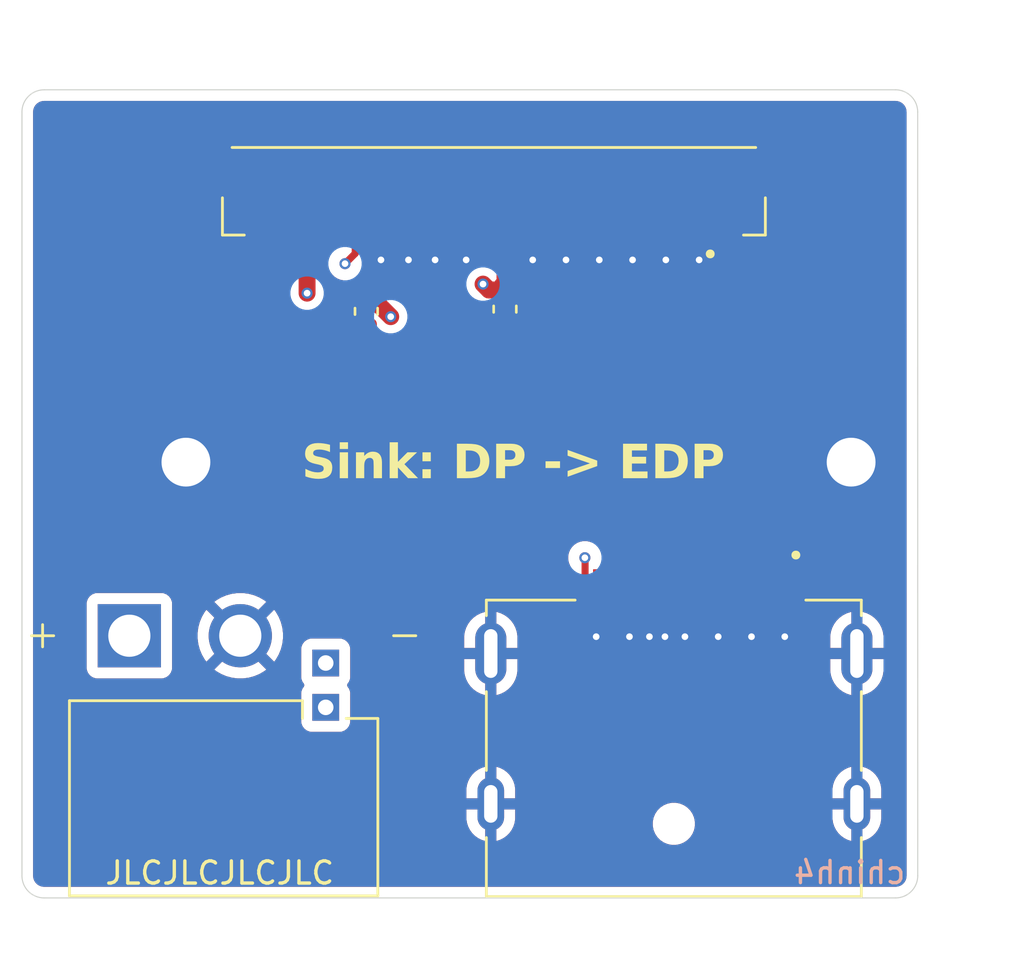
<source format=kicad_pcb>
(kicad_pcb (version 20241229) (generator "pcbnew") (generator_version "9.0")
  (layers (0 "F.Cu" signal) (4 "In1.Cu" power) (6 "In2.Cu" power) (2 "B.Cu" signal) (13 "F.Paste" user) (15 "B.Paste" user) (5 "F.SilkS" user "F.Silkscreen") (7 "B.SilkS" user "B.Silkscreen") (1 "F.Mask" user) (3 "B.Mask" user) (25 "Edge.Cuts" user))
  (net 0 "")
  (net 1 "+3.3V")
  (net 2 "GND")
  (net 3 "1_EDP_TX_P")
  (net 4 "1_EDP_TX_N")
  (net 5 "0_EDP_TX_P")
  (net 6 "0_EDP_TX_N")
  (net 7 "AUX_P")
  (net 8 "2_EDP_TX_N")
  (net 9 "2_EDP_TX_P")
  (net 10 "3_EDP_TX_N")
  (net 11 "3_EDP_TX_P")
  (net 12 "AUX_N")
  (net 13 "+5V")
  (net 14 "BLK_OFF_N")
  (net 15 "BLK_PWM_LCD")
  (net 16 "EDP_HPD")
  (footprint "SnapEDA:IPEX_20455-040E-76" (layer "F.Cu") (at 171.11 94.5 180)
    (property "Reference" "J3" (hide yes))
    (property "Value" "20455-040E-76")
    (fp_line (start 12.235 -2.05) (end 12.235 -0.37) (stroke (width 0.127)) (layer "F.SilkS"))
    (fp_line (start 11.25 -2.05) (end 12.235 -2.05) (stroke (width 0.127)) (layer "F.SilkS"))
    (fp_line (start -11.8 1.9) (end 11.8 1.9) (stroke (width 0.127)) (layer "F.SilkS"))
    (fp_line (start -12.235 -2.05) (end -11.25 -2.05) (stroke (width 0.127)) (layer "F.SilkS"))
    (fp_line (start -12.235 -2.05) (end -12.235 -0.37) (stroke (width 0.127)) (layer "F.SilkS"))
    (fp_circle (center -9.75 -2.9) (end -9.65 -2.9) (stroke (width 0.2)) (fill no) (layer "F.SilkS"))
    (pad "1" smd rect (at -9.75 -1.92 180) (size 0.25 0.9) (layers "F.Cu" "F.Mask" "F.Paste"))
    (pad "2" smd rect (at -9.25 -1.92 180) (size 0.25 0.9) (layers "F.Cu" "F.Mask" "F.Paste") (net 2 "GND"))
    (pad "3" smd rect (at -8.75 -1.92 180) (size 0.25 0.9) (layers "F.Cu" "F.Mask" "F.Paste") (net 10 "3_EDP_TX_N"))
    (pad "4" smd rect (at -8.25 -1.92 180) (size 0.25 0.9) (layers "F.Cu" "F.Mask" "F.Paste") (net 11 "3_EDP_TX_P"))
    (pad "5" smd rect (at -7.75 -1.92 180) (size 0.25 0.9) (layers "F.Cu" "F.Mask" "F.Paste") (net 2 "GND"))
    (pad "6" smd rect (at -7.25 -1.92 180) (size 0.25 0.9) (layers "F.Cu" "F.Mask" "F.Paste") (net 8 "2_EDP_TX_N"))
    (pad "7" smd rect (at -6.75 -1.92 180) (size 0.25 0.9) (layers "F.Cu" "F.Mask" "F.Paste") (net 9 "2_EDP_TX_P"))
    (pad "8" smd rect (at -6.25 -1.92 180) (size 0.25 0.9) (layers "F.Cu" "F.Mask" "F.Paste") (net 2 "GND"))
    (pad "9" smd rect (at -5.75 -1.92 180) (size 0.25 0.9) (layers "F.Cu" "F.Mask" "F.Paste") (net 4 "1_EDP_TX_N"))
    (pad "10" smd rect (at -5.25 -1.92 180) (size 0.25 0.9) (layers "F.Cu" "F.Mask" "F.Paste") (net 3 "1_EDP_TX_P"))
    (pad "11" smd rect (at -4.75 -1.92 180) (size 0.25 0.9) (layers "F.Cu" "F.Mask" "F.Paste") (net 2 "GND"))
    (pad "12" smd rect (at -4.25 -1.92 180) (size 0.25 0.9) (layers "F.Cu" "F.Mask" "F.Paste") (net 6 "0_EDP_TX_N"))
    (pad "13" smd rect (at -3.75 -1.92 180) (size 0.25 0.9) (layers "F.Cu" "F.Mask" "F.Paste") (net 5 "0_EDP_TX_P"))
    (pad "14" smd rect (at -3.25 -1.92 180) (size 0.25 0.9) (layers "F.Cu" "F.Mask" "F.Paste") (net 2 "GND"))
    (pad "15" smd rect (at -2.75 -1.92 180) (size 0.25 0.9) (layers "F.Cu" "F.Mask" "F.Paste") (net 7 "AUX_P"))
    (pad "16" smd rect (at -2.25 -1.92 180) (size 0.25 0.9) (layers "F.Cu" "F.Mask" "F.Paste") (net 12 "AUX_N"))
    (pad "17" smd rect (at -1.75 -1.92 180) (size 0.25 0.9) (layers "F.Cu" "F.Mask" "F.Paste") (net 2 "GND"))
    (pad "18" smd rect (at -1.25 -1.92 180) (size 0.25 0.9) (layers "F.Cu" "F.Mask" "F.Paste") (net 1 "+3.3V"))
    (pad "19" smd rect (at -0.75 -1.92 180) (size 0.25 0.9) (layers "F.Cu" "F.Mask" "F.Paste") (net 1 "+3.3V"))
    (pad "20" smd rect (at -0.25 -1.92 180) (size 0.25 0.9) (layers "F.Cu" "F.Mask" "F.Paste") (net 1 "+3.3V"))
    (pad "21" smd rect (at 0.25 -1.92 180) (size 0.25 0.9) (layers "F.Cu" "F.Mask" "F.Paste") (net 1 "+3.3V"))
    (pad "22" smd rect (at 0.75 -1.92 180) (size 0.25 0.9) (layers "F.Cu" "F.Mask" "F.Paste"))
    (pad "23" smd rect (at 1.25 -1.92 180) (size 0.25 0.9) (layers "F.Cu" "F.Mask" "F.Paste") (net 2 "GND"))
    (pad "24" smd rect (at 1.75 -1.92 180) (size 0.25 0.9) (layers "F.Cu" "F.Mask" "F.Paste") (net 2 "GND"))
    (pad "25" smd rect (at 2.25 -1.92 180) (size 0.25 0.9) (layers "F.Cu" "F.Mask" "F.Paste") (net 2 "GND"))
    (pad "26" smd rect (at 2.75 -1.92 180) (size 0.25 0.9) (layers "F.Cu" "F.Mask" "F.Paste") (net 2 "GND"))
    (pad "27" smd rect (at 3.25 -1.92 180) (size 0.25 0.9) (layers "F.Cu" "F.Mask" "F.Paste") (net 16 "EDP_HPD"))
    (pad "28" smd rect (at 3.75 -1.92 180) (size 0.25 0.9) (layers "F.Cu" "F.Mask" "F.Paste") (net 2 "GND"))
    (pad "29" smd rect (at 4.25 -1.92 180) (size 0.25 0.9) (layers "F.Cu" "F.Mask" "F.Paste") (net 2 "GND"))
    (pad "30" smd rect (at 4.75 -1.92 180) (size 0.25 0.9) (layers "F.Cu" "F.Mask" "F.Paste") (net 2 "GND"))
    (pad "31" smd rect (at 5.25 -1.92 180) (size 0.25 0.9) (layers "F.Cu" "F.Mask" "F.Paste") (net 2 "GND"))
    (pad "32" smd rect (at 5.75 -1.92 180) (size 0.25 0.9) (layers "F.Cu" "F.Mask" "F.Paste") (net 14 "BLK_OFF_N"))
    (pad "33" smd rect (at 6.25 -1.92 180) (size 0.25 0.9) (layers "F.Cu" "F.Mask" "F.Paste") (net 15 "BLK_PWM_LCD"))
    (pad "34" smd rect (at 6.75 -1.92 180) (size 0.25 0.9) (layers "F.Cu" "F.Mask" "F.Paste"))
    (pad "35" smd rect (at 7.25 -1.92 180) (size 0.25 0.9) (layers "F.Cu" "F.Mask" "F.Paste"))
    (pad "36" smd rect (at 7.75 -1.92 180) (size 0.25 0.9) (layers "F.Cu" "F.Mask" "F.Paste") (net 13 "+5V"))
    (pad "37" smd rect (at 8.25 -1.92 180) (size 0.25 0.9) (layers "F.Cu" "F.Mask" "F.Paste") (net 13 "+5V"))
    (pad "38" smd rect (at 8.75 -1.92 180) (size 0.25 0.9) (layers "F.Cu" "F.Mask" "F.Paste") (net 13 "+5V"))
    (pad "39" smd rect (at 9.25 -1.92 180) (size 0.25 0.9) (layers "F.Cu" "F.Mask" "F.Paste") (net 13 "+5V"))
    (pad "40" smd rect (at 9.75 -1.92 180) (size 0.25 0.9) (layers "F.Cu" "F.Mask" "F.Paste"))
    (pad "S1" smd rect (at -10.65 -1.92 180) (size 0.55 0.9) (layers "F.Cu" "F.Mask" "F.Paste") (net 2 "GND"))
    (pad "S2" smd rect (at -12.85 0.9 180) (size 1.4 1.9) (layers "F.Cu" "F.Mask" "F.Paste") (net 2 "GND"))
    (pad "S3" smd rect (at 10.65 -1.92 180) (size 0.55 0.9) (layers "F.Cu" "F.Mask" "F.Paste") (net 2 "GND"))
    (pad "S4" smd rect (at 12.85 0.9 180) (size 1.4 1.9) (layers "F.Cu" "F.Mask" "F.Paste") (net 2 "GND"))
  )
  (footprint "SnapEDA:MOLEX_47272-0001" (layer "F.Cu") (at 179.22 126.38)
    (property "Reference" "J1" (hide yes))
    (property "Value" "47272-0001")
    (fp_line (start -8.45 -13.37) (end -8.45 -12.67) (stroke (width 0.127)) (layer "F.SilkS"))
    (fp_line (start -8.45 -9.24) (end -8.45 -5.69) (stroke (width 0.127)) (layer "F.SilkS"))
    (fp_line (start -8.45 -2.66) (end -8.45 0) (stroke (width 0.127)) (layer "F.SilkS"))
    (fp_line (start -8.45 0) (end 8.45 0) (stroke (width 0.127)) (layer "F.SilkS"))
    (fp_line (start -4.45 -13.37) (end -8.45 -13.37) (stroke (width 0.127)) (layer "F.SilkS"))
    (fp_line (start 8.45 -13.37) (end 5.95 -13.37) (stroke (width 0.127)) (layer "F.SilkS"))
    (fp_line (start 8.45 -13.37) (end 8.45 -12.67) (stroke (width 0.127)) (layer "F.SilkS"))
    (fp_line (start 8.45 -9.24) (end 8.45 -5.69) (stroke (width 0.127)) (layer "F.SilkS"))
    (fp_line (start 8.45 -2.66) (end 8.45 0) (stroke (width 0.127)) (layer "F.SilkS"))
    (fp_circle (center 5.5 -15.4) (end 5.6 -15.4) (stroke (width 0.2)) (fill no) (layer "F.SilkS"))
    (pad "" np_thru_hole circle (at 0 -3.28) (size 1.4 1.4) (drill 1.4) (layers "*.Cu" "*.Mask"))
    (pad "1" smd rect (at 5.5 -13.56) (size 0.28 2.4) (layers "F.Cu" "F.Mask" "F.Paste") (net 10 "3_EDP_TX_N"))
    (pad "2" smd rect (at 5 -13.56) (size 0.28 2.4) (layers "F.Cu" "F.Mask" "F.Paste") (net 2 "GND"))
    (pad "3" smd rect (at 4.5 -13.56) (size 0.28 2.4) (layers "F.Cu" "F.Mask" "F.Paste") (net 11 "3_EDP_TX_P"))
    (pad "4" smd rect (at 4 -13.56) (size 0.28 2.4) (layers "F.Cu" "F.Mask" "F.Paste") (net 8 "2_EDP_TX_N"))
    (pad "5" smd rect (at 3.5 -13.56) (size 0.28 2.4) (layers "F.Cu" "F.Mask" "F.Paste") (net 2 "GND"))
    (pad "6" smd rect (at 3 -13.56) (size 0.28 2.4) (layers "F.Cu" "F.Mask" "F.Paste") (net 9 "2_EDP_TX_P"))
    (pad "7" smd rect (at 2.5 -13.56) (size 0.28 2.4) (layers "F.Cu" "F.Mask" "F.Paste") (net 4 "1_EDP_TX_N"))
    (pad "8" smd rect (at 2 -13.56) (size 0.28 2.4) (layers "F.Cu" "F.Mask" "F.Paste") (net 2 "GND"))
    (pad "9" smd rect (at 1.5 -13.56) (size 0.28 2.4) (layers "F.Cu" "F.Mask" "F.Paste") (net 3 "1_EDP_TX_P"))
    (pad "10" smd rect (at 1 -13.56) (size 0.28 2.4) (layers "F.Cu" "F.Mask" "F.Paste") (net 6 "0_EDP_TX_N"))
    (pad "11" smd rect (at 0.5 -13.56) (size 0.28 2.4) (layers "F.Cu" "F.Mask" "F.Paste") (net 2 "GND"))
    (pad "12" smd rect (at 0 -13.56) (size 0.28 2.4) (layers "F.Cu" "F.Mask" "F.Paste") (net 5 "0_EDP_TX_P"))
    (pad "13" smd rect (at -0.5 -13.56) (size 0.28 2.4) (layers "F.Cu" "F.Mask" "F.Paste") (net 2 "GND"))
    (pad "14" smd rect (at -1 -13.56) (size 0.28 2.4) (layers "F.Cu" "F.Mask" "F.Paste") (net 2 "GND"))
    (pad "15" smd rect (at -1.5 -13.56) (size 0.28 2.4) (layers "F.Cu" "F.Mask" "F.Paste") (net 7 "AUX_P"))
    (pad "16" smd rect (at -2 -13.56) (size 0.28 2.4) (layers "F.Cu" "F.Mask" "F.Paste") (net 2 "GND"))
    (pad "17" smd rect (at -2.5 -13.56) (size 0.28 2.4) (layers "F.Cu" "F.Mask" "F.Paste") (net 12 "AUX_N"))
    (pad "18" smd rect (at -3 -13.56) (size 0.28 2.4) (layers "F.Cu" "F.Mask" "F.Paste") (net 16 "EDP_HPD"))
    (pad "19" smd rect (at -3.5 -13.56) (size 0.28 2.4) (layers "F.Cu" "F.Mask" "F.Paste") (net 2 "GND"))
    (pad "20" smd rect (at -4 -13.56) (size 0.28 2.4) (layers "F.Cu" "F.Mask" "F.Paste") (net 1 "+3.3V"))
    (pad "S1" thru_hole oval (at -8.25 -10.96) (size 1.4 2.8) (drill oval 0.6 2.2) (layers "*.Cu" "*.Mask") (net 2 "GND"))
    (pad "S2" thru_hole oval (at 8.25 -10.96) (size 1.4 2.8) (drill oval 0.6 2.2) (layers "*.Cu" "*.Mask") (net 2 "GND"))
    (pad "S3" thru_hole oval (at -8.25 -4.18) (size 1.2 2.4) (drill oval 0.6 1.7) (layers "*.Cu" "*.Mask") (net 2 "GND"))
    (pad "S4" thru_hole oval (at 8.25 -4.18) (size 1.2 2.4) (drill oval 0.6 1.7) (layers "*.Cu" "*.Mask") (net 2 "GND"))
  )
  (footprint "Capacitor_SMD:C_0603_1608Metric_Pad1.08x0.95mm_HandSolder" (layer "F.Cu") (at 171.610035 99.89 -90)
    (property "Reference" "C1" (hide yes))
    (property "Value" "1uF")
    (fp_line (start -0.146267 0.51) (end 0.146267 0.51) (stroke (width 0.12)) (layer "F.SilkS"))
    (fp_line (start -0.146267 -0.51) (end 0.146267 -0.51) (stroke (width 0.12)) (layer "F.SilkS"))
    (pad "1" smd roundrect (at -0.8625 0 270) (size 1.075 0.95) (layers "F.Cu" "F.Mask" "F.Paste") (net 1 "+3.3V"))
    (pad "2" smd roundrect (at 0.8625 0 270) (size 1.075 0.95) (layers "F.Cu" "F.Mask" "F.Paste") (net 2 "GND"))
  )
  (footprint "Capacitor_SMD:C_0603_1608Metric_Pad1.08x0.95mm_HandSolder" (layer "F.Cu") (at 165.360035 99.99 90)
    (property "Reference" "C2" (hide yes))
    (property "Value" "1uF")
    (fp_line (start -0.146267 -0.51) (end 0.146267 -0.51) (stroke (width 0.12)) (layer "F.SilkS"))
    (fp_line (start -0.146267 0.51) (end 0.146267 0.51) (stroke (width 0.12)) (layer "F.SilkS"))
    (pad "1" smd roundrect (at -0.8625 0 90) (size 1.075 0.95) (layers "F.Cu" "F.Mask" "F.Paste") (net 2 "GND"))
    (pad "2" smd roundrect (at 0.8625 0 90) (size 1.075 0.95) (layers "F.Cu" "F.Mask" "F.Paste") (net 14 "BLK_OFF_N"))
  )
  (footprint "SnapEDA:AMASS_XT30PW_2_2_-M.G.B" (layer "F.Cu") (at 158.93 121.9475)
    (property "Reference" "J2" (hide yes))
    (property "Value" "XT30PW_2_2_-M.G.B")
    (fp_line (start -8.66 -7.33) (end -7.66 -7.33) (stroke (width 0.127)) (layer "F.SilkS"))
    (fp_line (start -8.16 -7.83) (end -8.16 -6.83) (stroke (width 0.127)) (layer "F.SilkS"))
    (fp_line (start -6.95 -4.4) (end 3.55 -4.4) (stroke (width 0.127)) (layer "F.SilkS"))
    (fp_line (start -6.95 4.4) (end -6.95 -4.4) (stroke (width 0.127)) (layer "F.SilkS"))
    (fp_line (start 3.55 -3.6) (end 3.55 -4.4) (stroke (width 0.127)) (layer "F.SilkS"))
    (fp_line (start 6.95 -3.6) (end 5.524 -3.6) (stroke (width 0.127)) (layer "F.SilkS"))
    (fp_line (start 6.95 -3.6) (end 6.95 4.4) (stroke (width 0.127)) (layer "F.SilkS"))
    (fp_line (start 6.95 4.4) (end -6.95 4.4) (stroke (width 0.127)) (layer "F.SilkS"))
    (fp_line (start 7.66 -7.33) (end 8.66 -7.33) (stroke (width 0.127)) (layer "F.SilkS"))
    (pad "N" thru_hole circle (at 0.75 -7.33) (size 2.85 2.85) (drill 1.9) (layers "*.Cu" "*.Mask") (net 2 "GND"))
    (pad "P" thru_hole rect (at -4.25 -7.33) (size 2.85 2.85) (drill 1.9) (layers "*.Cu" "*.Mask") (net 13 "+5V"))
    (pad "S1" thru_hole rect (at 4.6 -4.1) (size 1.208 1.208) (drill oval 0.7) (layers "*.Cu" "*.Mask") (net 14 "BLK_OFF_N"))
    (pad "S2" thru_hole rect (at 4.6 -6.1) (size 1.208 1.208) (drill oval 0.7) (layers "*.Cu" "*.Mask") (net 15 "BLK_PWM_LCD"))
  )
  (footprint "MountingHole:MountingHole_2.2mm_M2_DIN965_Pad_TopBottom" (layer "F.Cu") (at 157.23 106.79)
    (property "Reference" "H1" (hide yes))
    (property "Value" "MountingHole_Pad")
    (pad "1" thru_hole circle (at 0 0) (size 2.6 2.6) (drill 2.2) (layers "*.Cu" "*.Mask") (net 2 "GND"))
    (pad "1" connect circle (at 0 0) (size 3.8 3.8) (layers "F.Cu" "F.Mask") (net 2 "GND"))
    (pad "1" connect circle (at 0 0) (size 3.8 3.8) (layers "B.Cu" "B.Mask") (net 2 "GND"))
  )
  (footprint "MountingHole:MountingHole_2.2mm_M2_DIN965_Pad_TopBottom" (layer "F.Cu") (at 187.21 106.79)
    (property "Reference" "H2" (hide yes))
    (property "Value" "MountingHole_Pad")
    (pad "1" thru_hole circle (at 0 0) (size 2.6 2.6) (drill 2.2) (layers "*.Cu" "*.Mask") (net 2 "GND"))
    (pad "1" connect circle (at 0 0) (size 3.8 3.8) (layers "F.Cu" "F.Mask") (net 2 "GND"))
    (pad "1" connect circle (at 0 0) (size 3.8 3.8) (layers "B.Cu" "B.Mask") (net 2 "GND"))
  )
  (gr_line (start 189.212483 126.440549) (end 150.84 126.440549) (stroke (width 0.05)) (layer "Edge.Cuts"))
  (gr_arc (start 150.84 126.440549) (mid 150.132893 126.147656) (end 149.84 125.440549) (stroke (width 0.05)) (layer "Edge.Cuts"))
  (gr_arc (start 190.212483 125.440479) (mid 189.919596 126.147593) (end 189.212483 126.440549) (stroke (width 0.05)) (layer "Edge.Cuts"))
  (gr_line (start 190.212483 125.440479) (end 190.21007 90.99993) (stroke (width 0.05)) (layer "Edge.Cuts"))
  (gr_line (start 149.84 91) (end 149.84 125.440549) (stroke (width 0.05)) (layer "Edge.Cuts"))
  (gr_arc (start 149.84 91) (mid 150.132893 90.292893) (end 150.84 90) (stroke (width 0.05)) (layer "Edge.Cuts"))
  (gr_arc (start 189.21007 90) (mid 189.917152 90.292868) (end 190.21007 90.99993) (stroke (width 0.05)) (layer "Edge.Cuts"))
  (gr_line (start 189.21007 90) (end 150.84 90) (stroke (width 0.05)) (layer "Edge.Cuts"))
  (gr_text "Sink: DP -> EDP" (at 162.446845 107.772677 0) (layer "F.SilkS") (effects (font (size 1.524 1.524) (thickness 0.381) (bold yes)) (justify left bottom)))
  (gr_text "JLCJLCJLCJLC" (at 153.51 125.9 0) (layer "F.SilkS") (effects (font (size 1 1) (thickness 0.1524)) (justify left bottom)))
  (gr_text "chinh4" (at 189.74 125.88 0) (layer "B.SilkS") (effects (font (size 1 1) (thickness 0.1524)) (justify left bottom mirror)))
  (segment (start 175.22 112.82) (end 175.22 111.11) (width 0.3175) (layer "F.Cu") (net 1))
  (segment (start 171.610035 99.0275) (end 170.8875 99.0275) (width 0.762) (layer "F.Cu") (net 1))
  (segment (start 171.610035 96.67) (end 171.860035 96.42) (width 0.762) (layer "F.Cu") (net 1))
  (segment (start 170.8875 99.0275) (end 170.62 98.76) (width 0.762) (layer "F.Cu") (net 1))
  (segment (start 175.22 111.11) (end 175.21 111.1) (width 0.3175) (layer "F.Cu") (net 1))
  (segment (start 170.860035 96.42) (end 172.360035 96.42) (width 0.381) (layer "F.Cu") (net 1))
  (segment (start 171.610035 99.0275) (end 171.610035 96.67) (width 0.762) (layer "F.Cu") (net 1))
  (via (at 170.62 98.76) (size 0.5) (drill 0.3) (layers "F.Cu" "B.Cu") (net 1))
  (via (at 175.21 111.1) (size 0.5) (drill 0.3) (layers "F.Cu" "B.Cu") (net 1))
  (segment (start 182.72 112.82) (end 182.72 114.66) (width 0.3175) (layer "F.Cu") (net 2))
  (segment (start 178.72 114.56) (end 178.82 114.66) (width 0.3175) (layer "F.Cu") (net 2))
  (segment (start 169.86 96.42) (end 169.86 97.67) (width 0.3175) (layer "F.Cu") (net 2))
  (segment (start 175.72 112.82) (end 175.72 114.66) (width 0.3175) (layer "F.Cu") (net 2))
  (segment (start 168.36 97.57) (end 168.46 97.67) (width 0.3175) (layer "F.Cu") (net 2))
  (segment (start 181.22 112.82) (end 181.22 114.66) (width 0.3175) (layer "F.Cu") (net 2))
  (segment (start 165.86 96.42) (end 165.86 97.51) (width 0.3175) (layer "F.Cu") (net 2))
  (segment (start 178.72 112.82) (end 178.72 114.56) (width 0.3175) (layer "F.Cu") (net 2))
  (segment (start 174.360035 96.42) (end 174.360035 97.67) (width 0.3175) (layer "F.Cu") (net 2))
  (segment (start 178.22 112.82) (end 178.22 114.56) (width 0.3175) (layer "F.Cu") (net 2))
  (segment (start 177.360035 96.42) (end 177.360035 97.67) (width 0.3175) (layer "F.Cu") (net 2))
  (segment (start 165.86 97.51) (end 166.02 97.67) (width 0.3175) (layer "F.Cu") (net 2))
  (segment (start 180.360035 96.42) (end 180.360035 97.67) (width 0.3175) (layer "F.Cu") (net 2))
  (segment (start 175.860035 96.42) (end 175.860035 97.67) (width 0.3175) (layer "F.Cu") (net 2))
  (segment (start 167.36 97.57) (end 167.26 97.67) (width 0.3175) (layer "F.Cu") (net 2))
  (segment (start 172.860035 96.42) (end 172.860035 97.67) (width 0.3175) (layer "F.Cu") (net 2))
  (segment (start 167.36 96.42) (end 167.36 97.57) (width 0.3175) (layer "F.Cu") (net 2))
  (segment (start 177.22 112.82) (end 177.22 114.66) (width 0.3175) (layer "F.Cu") (net 2))
  (segment (start 178.860035 96.42) (end 178.860035 97.67) (width 0.3175) (layer "F.Cu") (net 2))
  (segment (start 184.22 112.82) (end 184.22 114.66) (width 0.3175) (layer "F.Cu") (net 2))
  (segment (start 168.36 96.42) (end 168.36 97.57) (width 0.3175) (layer "F.Cu") (net 2))
  (segment (start 179.72 112.82) (end 179.72 114.66) (width 0.3175) (layer "F.Cu") (net 2))
  (segment (start 178.22 114.56) (end 178.12 114.66) (width 0.3175) (layer "F.Cu") (net 2))
  (via (at 180.360035 97.67) (size 0.5) (drill 0.3) (layers "F.Cu" "B.Cu") (net 2))
  (via (at 179.72 114.66) (size 0.5) (drill 0.3) (layers "F.Cu" "B.Cu") (net 2))
  (via (at 166.02 97.67) (size 0.5) (drill 0.3) (layers "F.Cu" "B.Cu") (net 2))
  (via (at 181.22 114.66) (size 0.5) (drill 0.3) (layers "F.Cu" "B.Cu") (net 2))
  (via (at 177.22 114.66) (size 0.5) (drill 0.3) (layers "F.Cu" "B.Cu") (net 2))
  (via (at 174.360035 97.67) (size 0.5) (drill 0.3) (layers "F.Cu" "B.Cu") (net 2))
  (via (at 177.360035 97.67) (size 0.5) (drill 0.3) (layers "F.Cu" "B.Cu") (net 2))
  (via (at 175.860035 97.67) (size 0.5) (drill 0.3) (layers "F.Cu" "B.Cu") (net 2))
  (via (at 178.82 114.66) (size 0.5) (drill 0.3) (layers "F.Cu" "B.Cu") (net 2))
  (via (at 182.72 114.66) (size 0.5) (drill 0.3) (layers "F.Cu" "B.Cu") (net 2))
  (via (at 168.46 97.67) (size 0.5) (drill 0.3) (layers "F.Cu" "B.Cu") (net 2))
  (via (at 178.12 114.66) (size 0.5) (drill 0.3) (layers "F.Cu" "B.Cu") (net 2))
  (via (at 178.860035 97.67) (size 0.5) (drill 0.3) (layers "F.Cu" "B.Cu") (net 2))
  (via (at 169.86 97.67) (size 0.5) (drill 0.3) (layers "F.Cu" "B.Cu") (net 2))
  (via (at 184.22 114.66) (size 0.5) (drill 0.3) (layers "F.Cu" "B.Cu") (net 2))
  (via (at 172.860035 97.67) (size 0.5) (drill 0.3) (layers "F.Cu" "B.Cu") (net 2))
  (via (at 175.72 114.66) (size 0.5) (drill 0.3) (layers "F.Cu" "B.Cu") (net 2))
  (via (at 167.26 97.67) (size 0.5) (drill 0.3) (layers "F.Cu" "B.Cu") (net 2))
  (segment (start 176.360035 97.095001) (end 176.470335 97.205301) (width 0.1524) (layer "F.Cu") (net 3))
  (segment (start 176.360035 96.42) (end 176.360035 97.095001) (width 0.1524) (layer "F.Cu") (net 3))
  (segment (start 181.0803 108.097866) (end 181.0803 110.659699) (width 0.1524) (layer "F.Cu") (net 3))
  (segment (start 180.72 111.019999) (end 180.72 112.82) (width 0.1524) (layer "F.Cu") (net 3))
  (segment (start 176.470335 103.487901) (end 181.0803 108.097866) (width 0.1524) (layer "F.Cu") (net 3))
  (segment (start 176.470335 97.205301) (end 176.470335 103.487901) (width 0.1524) (layer "F.Cu") (net 3))
  (segment (start 181.0803 110.659699) (end 180.72 111.019999) (width 0.1524) (layer "F.Cu") (net 3))
  (segment (start 176.860035 96.42) (end 176.860035 97.095001) (width 0.1524) (layer "F.Cu") (net 4))
  (segment (start 181.3597 107.982134) (end 181.3597 110.659699) (width 0.1524) (layer "F.Cu") (net 4))
  (segment (start 176.749735 97.205301) (end 176.749735 103.372169) (width 0.1524) (layer "F.Cu") (net 4))
  (segment (start 181.72 111.019999) (end 181.72 112.82) (width 0.1524) (layer "F.Cu") (net 4))
  (segment (start 176.860035 97.095001) (end 176.749735 97.205301) (width 0.1524) (layer "F.Cu") (net 4))
  (segment (start 181.3597 110.659699) (end 181.72 111.019999) (width 0.1524) (layer "F.Cu") (net 4))
  (segment (start 176.749735 103.372169) (end 181.3597 107.982134) (width 0.1524) (layer "F.Cu") (net 4))
  (segment (start 179.22 112.82) (end 179.22 111.019999) (width 0.1524) (layer "F.Cu") (net 5))
  (segment (start 179.22 111.019999) (end 179.5803 110.659699) (width 0.1524) (layer "F.Cu") (net 5))
  (segment (start 179.5803 108.547866) (end 174.970335 103.937901) (width 0.1524) (layer "F.Cu") (net 5))
  (segment (start 174.970335 103.937901) (end 174.970335 97.205301) (width 0.1524) (layer "F.Cu") (net 5))
  (segment (start 179.5803 110.659699) (end 179.5803 108.547866) (width 0.1524) (layer "F.Cu") (net 5))
  (segment (start 174.860035 97.095001) (end 174.860035 96.42) (width 0.1524) (layer "F.Cu") (net 5))
  (segment (start 174.970335 97.205301) (end 174.860035 97.095001) (width 0.1524) (layer "F.Cu") (net 5))
  (segment (start 179.8597 108.432134) (end 175.249735 103.822169) (width 0.1524) (layer "F.Cu") (net 6))
  (segment (start 180.22 111.019999) (end 179.8597 110.659699) (width 0.1524) (layer "F.Cu") (net 6))
  (segment (start 179.8597 110.659699) (end 179.8597 108.432134) (width 0.1524) (layer "F.Cu") (net 6))
  (segment (start 175.360035 97.095001) (end 175.360035 96.42) (width 0.1524) (layer "F.Cu") (net 6))
  (segment (start 175.249735 97.205301) (end 175.360035 97.095001) (width 0.1524) (layer "F.Cu") (net 6))
  (segment (start 180.22 112.82) (end 180.22 111.019999) (width 0.1524) (layer "F.Cu") (net 6))
  (segment (start 175.249735 103.822169) (end 175.249735 97.205301) (width 0.1524) (layer "F.Cu") (net 6))
  (segment (start 177.3597 108.972134) (end 173.749735 105.362169) (width 0.1524) (layer "F.Cu") (net 7))
  (segment (start 177.72 112.82) (end 177.72 111.019999) (width 0.1524) (layer "F.Cu") (net 7))
  (segment (start 173.749735 97.205301) (end 173.860035 97.095001) (width 0.1524) (layer "F.Cu") (net 7))
  (segment (start 173.860035 97.095001) (end 173.860035 96.42) (width 0.1524) (layer "F.Cu") (net 7))
  (segment (start 177.72 111.019999) (end 177.3597 110.659699) (width 0.1524) (layer "F.Cu") (net 7))
  (segment (start 173.749735 105.362169) (end 173.749735 97.205301) (width 0.1524) (layer "F.Cu") (net 7))
  (segment (start 177.3597 110.659699) (end 177.3597 108.972134) (width 0.1524) (layer "F.Cu") (net 7))
  (segment (start 183.22 112.82) (end 183.22 111.019999) (width 0.1524) (layer "F.Cu") (net 8))
  (segment (start 178.360035 97.095001) (end 178.360035 96.42) (width 0.1524) (layer "F.Cu") (net 8))
  (segment (start 178.249735 97.205301) (end 178.360035 97.095001) (width 0.1524) (layer "F.Cu") (net 8))
  (segment (start 178.249735 102.972169) (end 178.249735 97.205301) (width 0.1524) (layer "F.Cu") (net 8))
  (segment (start 182.8597 110.659699) (end 182.8597 107.582134) (width 0.1524) (layer "F.Cu") (net 8))
  (segment (start 182.8597 107.582134) (end 178.249735 102.972169) (width 0.1524) (layer "F.Cu") (net 8))
  (segment (start 183.22 111.019999) (end 182.8597 110.659699) (width 0.1524) (layer "F.Cu") (net 8))
  (segment (start 177.970335 103.087901) (end 177.970335 97.205301) (width 0.1524) (layer "F.Cu") (net 9))
  (segment (start 182.22 112.82) (end 182.22 111.019999) (width 0.1524) (layer "F.Cu") (net 9))
  (segment (start 177.970335 97.205301) (end 177.860035 97.095001) (width 0.1524) (layer "F.Cu") (net 9))
  (segment (start 182.22 111.019999) (end 182.5803 110.659699) (width 0.1524) (layer "F.Cu") (net 9))
  (segment (start 182.5803 110.659699) (end 182.5803 107.697866) (width 0.1524) (layer "F.Cu") (net 9))
  (segment (start 177.860035 97.095001) (end 177.860035 96.42) (width 0.1524) (layer "F.Cu") (net 9))
  (segment (start 182.5803 107.697866) (end 177.970335 103.087901) (width 0.1524) (layer "F.Cu") (net 9))
  (segment (start 184.3597 110.659699) (end 184.3597 107.132134) (width 0.1524) (layer "F.Cu") (net 10))
  (segment (start 179.749735 97.205301) (end 179.860035 97.095001) (width 0.1524) (layer "F.Cu") (net 10))
  (segment (start 184.72 111.019999) (end 184.3597 110.659699) (width 0.1524) (layer "F.Cu") (net 10))
  (segment (start 179.749735 102.522169) (end 179.749735 97.205301) (width 0.1524) (layer "F.Cu") (net 10))
  (segment (start 184.72 112.82) (end 184.72 111.019999) (width 0.1524) (layer "F.Cu") (net 10))
  (segment (start 184.3597 107.132134) (end 179.749735 102.522169) (width 0.1524) (layer "F.Cu") (net 10))
  (segment (start 179.860035 97.095001) (end 179.860035 96.42) (width 0.1524) (layer "F.Cu") (net 10))
  (segment (start 183.72 112.82) (end 183.72 111.019999) (width 0.1524) (layer "F.Cu") (net 11))
  (segment (start 184.0803 110.659699) (end 184.0803 107.247866) (width 0.1524) (layer "F.Cu") (net 11))
  (segment (start 179.360035 97.095001) (end 179.360035 96.42) (width 0.1524) (layer "F.Cu") (net 11))
  (segment (start 184.0803 107.247866) (end 179.470335 102.637901) (width 0.1524) (layer "F.Cu") (net 11))
  (segment (start 183.72 111.019999) (end 184.0803 110.659699) (width 0.1524) (layer "F.Cu") (net 11))
  (segment (start 179.470335 102.637901) (end 179.470335 97.205301) (width 0.1524) (layer "F.Cu") (net 11))
  (segment (start 179.470335 97.205301) (end 179.360035 97.095001) (width 0.1524) (layer "F.Cu") (net 11))
  (segment (start 176.72 111.019999) (end 177.0803 110.659699) (width 0.1524) (layer "F.Cu") (net 12))
  (segment (start 173.470335 105.477901) (end 173.470335 97.205301) (width 0.1524) (layer "F.Cu") (net 12))
  (segment (start 176.72 112.82) (end 176.72 111.019999) (width 0.1524) (layer "F.Cu") (net 12))
  (segment (start 177.0803 109.087866) (end 173.470335 105.477901) (width 0.1524) (layer "F.Cu") (net 12))
  (segment (start 173.470335 97.205301) (end 173.360035 97.095001) (width 0.1524) (layer "F.Cu") (net 12))
  (segment (start 173.360035 97.095001) (end 173.360035 96.42) (width 0.1524) (layer "F.Cu") (net 12))
  (segment (start 177.0803 110.659699) (end 177.0803 109.087866) (width 0.1524) (layer "F.Cu") (net 12))
  (segment (start 162.69 96.59) (end 162.86 96.42) (width 0.762) (layer "F.Cu") (net 13))
  (segment (start 161.86 96.42) (end 163.36 96.42) (width 0.381) (layer "F.Cu") (net 13))
  (segment (start 162.69 99.17) (end 162.69 96.59) (width 0.762) (layer "F.Cu") (net 13))
  (via (at 162.69 99.17) (size 0.5) (drill 0.3) (layers "F.Cu" "B.Cu") (net 13))
  (segment (start 165.360035 99.1275) (end 165.360035 99.130035) (width 0.762) (layer "F.Cu") (net 14))
  (segment (start 165.360035 99.130035) (end 166.46 100.23) (width 0.762) (layer "F.Cu") (net 14))
  (segment (start 165.360035 96.42) (end 165.360035 99.1275) (width 0.3175) (layer "F.Cu") (net 14))
  (via (at 166.46 100.23) (size 0.5) (drill 0.3) (layers "F.Cu" "B.Cu") (net 14))
  (segment (start 164.86 96.42) (end 164.86 97.38) (width 0.3175) (layer "F.Cu") (net 15))
  (segment (start 164.86 97.38) (end 164.4 97.84) (width 0.3175) (layer "F.Cu") (net 15))
  (via (at 164.4 97.84) (size 0.5) (drill 0.3) (layers "F.Cu" "B.Cu") (net 15))
  (segment (start 167.86 104.56) (end 169.05 105.75) (width 0.1524) (layer "F.Cu") (net 16))
  (segment (start 176.22 109.41) (end 176.22 112.82) (width 0.1524) (layer "F.Cu") (net 16))
  (segment (start 169.05 105.75) (end 172.56 105.75) (width 0.1524) (layer "F.Cu") (net 16))
  (segment (start 172.56 105.75) (end 176.22 109.41) (width 0.1524) (layer "F.Cu") (net 16))
  (segment (start 167.86 96.42) (end 167.86 104.56) (width 0.1524) (layer "F.Cu") (net 16))
  (zone (net 2) (net_name "GND") (layers "F.Cu" "B.Cu" "In1.Cu") (connect_pads (clearance 0.5)) (min_thickness 0.25) (fill yes (thermal_gap 0.5) (thermal_bridge_width 0.5))
    (polygon (pts (xy 148.86 88.89) (xy 148.86 127.92) (xy 195.02 127.99) (xy 194.97 88.97)))
  )
)
</source>
